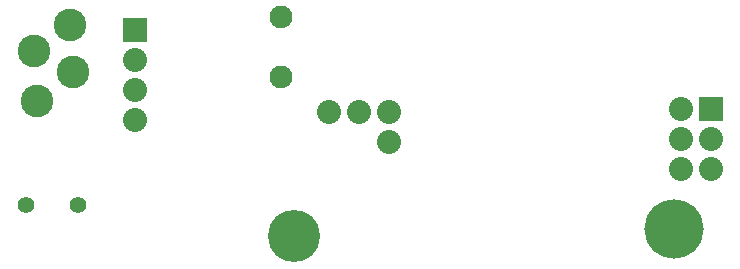
<source format=gbs>
G04 (created by PCBNEW-RS274X (2011-11-27 BZR 3249)-stable) date 13/09/2012 2:58:33 p.m.*
G01*
G70*
G90*
%MOIN*%
G04 Gerber Fmt 3.4, Leading zero omitted, Abs format*
%FSLAX34Y34*%
G04 APERTURE LIST*
%ADD10C,0.006000*%
%ADD11C,0.055400*%
%ADD12C,0.108600*%
%ADD13C,0.197500*%
%ADD14C,0.173900*%
%ADD15C,0.076000*%
%ADD16C,0.080000*%
%ADD17R,0.080000X0.080000*%
G04 APERTURE END LIST*
G54D10*
G54D11*
X03622Y-08169D03*
X01890Y-08169D03*
G54D12*
X02166Y-03053D03*
G54D13*
X23478Y-08982D03*
G54D14*
X10828Y-09232D03*
G54D15*
X10398Y-03932D03*
X10398Y-01932D03*
G54D16*
X11978Y-05092D03*
X12978Y-05092D03*
X13978Y-06092D03*
X13978Y-05092D03*
G54D17*
X05538Y-02352D03*
G54D16*
X05538Y-03352D03*
X05538Y-04352D03*
X05538Y-05352D03*
G54D12*
X02264Y-04726D03*
X03445Y-03742D03*
X03347Y-02167D03*
G54D17*
X24713Y-04984D03*
G54D16*
X23713Y-04984D03*
X24713Y-05984D03*
X23713Y-05984D03*
X24713Y-06984D03*
X23713Y-06984D03*
M02*

</source>
